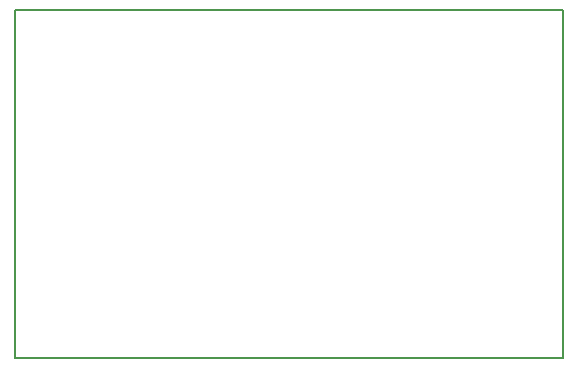
<source format=gm1>
G04 Layer_Color=16711935*
%FSLAX44Y44*%
%MOMM*%
G71*
G01*
G75*
%ADD40C,0.2000*%
D40*
X0Y0D02*
X464000D01*
X0D02*
Y295000D01*
X464000D01*
Y0D02*
Y295000D01*
M02*

</source>
